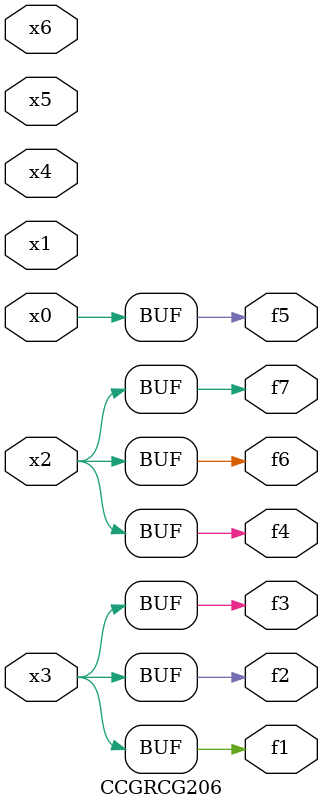
<source format=v>
module CCGRCG206(
	input x0, x1, x2, x3, x4, x5, x6,
	output f1, f2, f3, f4, f5, f6, f7
);
	assign f1 = x3;
	assign f2 = x3;
	assign f3 = x3;
	assign f4 = x2;
	assign f5 = x0;
	assign f6 = x2;
	assign f7 = x2;
endmodule

</source>
